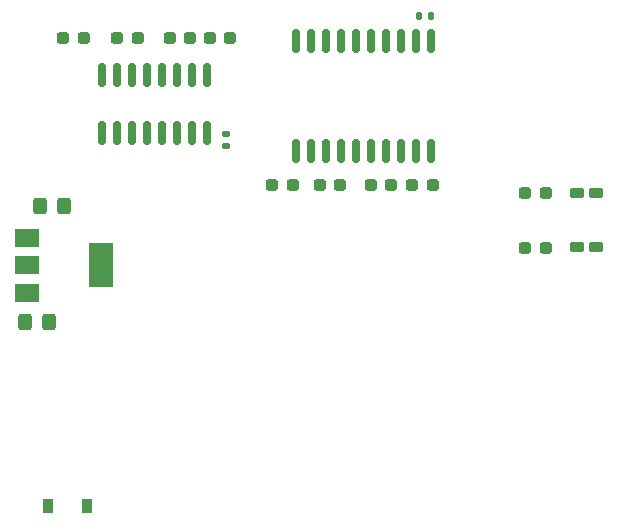
<source format=gbr>
%TF.GenerationSoftware,KiCad,Pcbnew,(6.0.2)*%
%TF.CreationDate,2022-03-08T14:05:25-05:00*%
%TF.ProjectId,Receiver_Out,52656365-6976-4657-925f-4f75742e6b69,v1*%
%TF.SameCoordinates,Original*%
%TF.FileFunction,Paste,Top*%
%TF.FilePolarity,Positive*%
%FSLAX46Y46*%
G04 Gerber Fmt 4.6, Leading zero omitted, Abs format (unit mm)*
G04 Created by KiCad (PCBNEW (6.0.2)) date 2022-03-08 14:05:25*
%MOMM*%
%LPD*%
G01*
G04 APERTURE LIST*
G04 Aperture macros list*
%AMRoundRect*
0 Rectangle with rounded corners*
0 $1 Rounding radius*
0 $2 $3 $4 $5 $6 $7 $8 $9 X,Y pos of 4 corners*
0 Add a 4 corners polygon primitive as box body*
4,1,4,$2,$3,$4,$5,$6,$7,$8,$9,$2,$3,0*
0 Add four circle primitives for the rounded corners*
1,1,$1+$1,$2,$3*
1,1,$1+$1,$4,$5*
1,1,$1+$1,$6,$7*
1,1,$1+$1,$8,$9*
0 Add four rect primitives between the rounded corners*
20,1,$1+$1,$2,$3,$4,$5,0*
20,1,$1+$1,$4,$5,$6,$7,0*
20,1,$1+$1,$6,$7,$8,$9,0*
20,1,$1+$1,$8,$9,$2,$3,0*%
G04 Aperture macros list end*
%ADD10RoundRect,0.147500X0.147500X0.172500X-0.147500X0.172500X-0.147500X-0.172500X0.147500X-0.172500X0*%
%ADD11RoundRect,0.150000X-0.150000X0.875000X-0.150000X-0.875000X0.150000X-0.875000X0.150000X0.875000X0*%
%ADD12RoundRect,0.237500X-0.287500X-0.237500X0.287500X-0.237500X0.287500X0.237500X-0.287500X0.237500X0*%
%ADD13R,2.000000X1.500000*%
%ADD14R,2.000000X3.800000*%
%ADD15RoundRect,0.237500X0.287500X0.237500X-0.287500X0.237500X-0.287500X-0.237500X0.287500X-0.237500X0*%
%ADD16RoundRect,0.212500X-0.400000X-0.212500X0.400000X-0.212500X0.400000X0.212500X-0.400000X0.212500X0*%
%ADD17R,0.900000X1.200000*%
%ADD18RoundRect,0.147500X-0.172500X0.147500X-0.172500X-0.147500X0.172500X-0.147500X0.172500X0.147500X0*%
%ADD19RoundRect,0.150000X-0.150000X0.825000X-0.150000X-0.825000X0.150000X-0.825000X0.150000X0.825000X0*%
%ADD20RoundRect,0.250000X0.325000X0.450000X-0.325000X0.450000X-0.325000X-0.450000X0.325000X-0.450000X0*%
%ADD21RoundRect,0.250000X-0.325000X-0.450000X0.325000X-0.450000X0.325000X0.450000X-0.325000X0.450000X0*%
G04 APERTURE END LIST*
D10*
%TO.C,C4*%
X107051000Y-95967800D03*
X108021000Y-95967800D03*
%TD*%
D11*
%TO.C,U1*%
X108016000Y-107367800D03*
X106746000Y-107367800D03*
X105476000Y-107367800D03*
X104206000Y-107367800D03*
X102936000Y-107367800D03*
X101666000Y-107367800D03*
X100396000Y-107367800D03*
X99126000Y-107367800D03*
X97856000Y-107367800D03*
X96586000Y-107367800D03*
X96586000Y-98067800D03*
X97856000Y-98067800D03*
X99126000Y-98067800D03*
X100396000Y-98067800D03*
X101666000Y-98067800D03*
X102936000Y-98067800D03*
X104206000Y-98067800D03*
X105476000Y-98067800D03*
X106746000Y-98067800D03*
X108016000Y-98067800D03*
%TD*%
D12*
%TO.C,R1*%
X117793000Y-115569800D03*
X116043000Y-115569800D03*
%TD*%
D13*
%TO.C,U2*%
X73801000Y-114767800D03*
X73801000Y-119367800D03*
X73801000Y-117067800D03*
D14*
X80101000Y-117067800D03*
%TD*%
D15*
%TO.C,R10*%
X106426000Y-110217800D03*
X108176000Y-110217800D03*
%TD*%
%TO.C,R9*%
X102926000Y-110217800D03*
X104676000Y-110217800D03*
%TD*%
D12*
%TO.C,R8*%
X100376000Y-110217800D03*
X98626000Y-110217800D03*
%TD*%
%TO.C,R7*%
X96376000Y-110217800D03*
X94626000Y-110217800D03*
%TD*%
%TO.C,R6*%
X78677000Y-97789800D03*
X76927000Y-97789800D03*
%TD*%
%TO.C,R5*%
X87676000Y-97789800D03*
X85926000Y-97789800D03*
%TD*%
D15*
%TO.C,R4*%
X89301000Y-97789800D03*
X91051000Y-97789800D03*
%TD*%
%TO.C,R3*%
X81499000Y-97789800D03*
X83249000Y-97789800D03*
%TD*%
D12*
%TO.C,R2*%
X117793000Y-110912801D03*
X116043000Y-110912801D03*
%TD*%
D16*
%TO.C,D3*%
X122013500Y-110912801D03*
X120388500Y-110912801D03*
%TD*%
%TO.C,D2*%
X122013500Y-115524800D03*
X120388500Y-115524800D03*
%TD*%
D17*
%TO.C,D1*%
X78951000Y-137467800D03*
X75651000Y-137467800D03*
%TD*%
D18*
%TO.C,C3*%
X90701000Y-106937800D03*
X90701000Y-105967800D03*
%TD*%
D19*
%TO.C,U3*%
X89114000Y-105852800D03*
X87844000Y-105852800D03*
X86574000Y-105852800D03*
X85304000Y-105852800D03*
X84034000Y-105852800D03*
X82764000Y-105852800D03*
X81494000Y-105852800D03*
X80224000Y-105852800D03*
X80224000Y-100902800D03*
X81494000Y-100902800D03*
X82764000Y-100902800D03*
X84034000Y-100902800D03*
X85304000Y-100902800D03*
X86574000Y-100902800D03*
X87844000Y-100902800D03*
X89114000Y-100902800D03*
%TD*%
D20*
%TO.C,C2*%
X74926000Y-112067800D03*
X76976000Y-112067800D03*
%TD*%
D21*
%TO.C,C1*%
X75726000Y-121817800D03*
X73676000Y-121817800D03*
%TD*%
M02*

</source>
